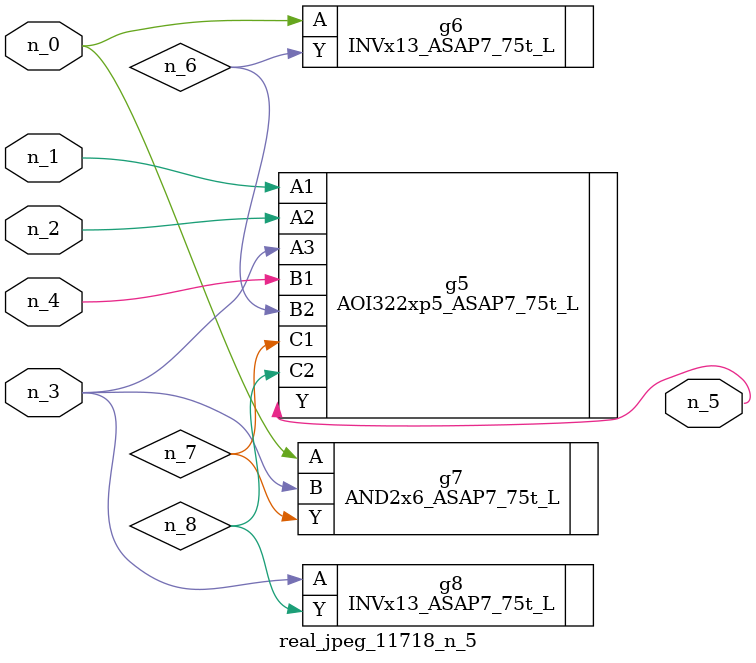
<source format=v>
module real_jpeg_11718_n_5 (n_4, n_0, n_1, n_2, n_3, n_5);

input n_4;
input n_0;
input n_1;
input n_2;
input n_3;

output n_5;

wire n_8;
wire n_6;
wire n_7;

INVx13_ASAP7_75t_L g6 ( 
.A(n_0),
.Y(n_6)
);

AND2x6_ASAP7_75t_L g7 ( 
.A(n_0),
.B(n_3),
.Y(n_7)
);

AOI322xp5_ASAP7_75t_L g5 ( 
.A1(n_1),
.A2(n_2),
.A3(n_3),
.B1(n_4),
.B2(n_6),
.C1(n_7),
.C2(n_8),
.Y(n_5)
);

INVx13_ASAP7_75t_L g8 ( 
.A(n_3),
.Y(n_8)
);


endmodule
</source>
